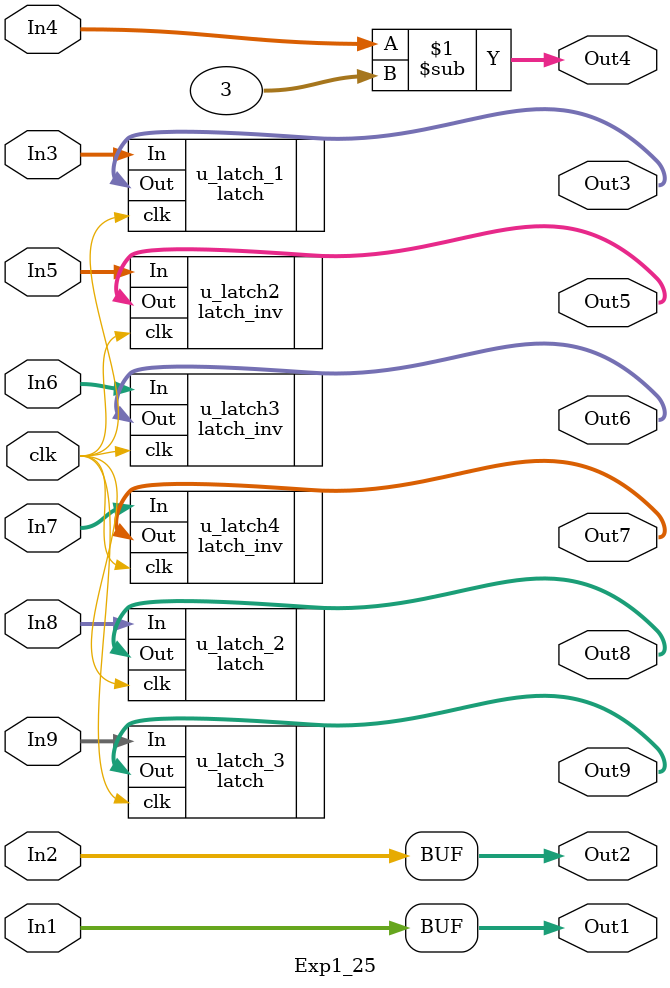
<source format=v>



`timescale 1 ns / 1 ns

module Exp1_25
          (clk,
           In1,
           In2,
           In3,
           In4,
           In5,
           In6,
           In7,
           In8,
           In9,
           Out1,
           Out2,
           Out3,
           Out4,
           Out5,
           Out6,
           Out7,
           Out8,
           Out9);


  input   clk;
  input   [31:0] In1;  // uint32
  input   [31:0] In2;  // uint32
  input   [31:0] In3;  // uint32
  input   [31:0] In4;  // uint32
  input   [31:0] In5;  // uint32
  input   [31:0] In6;  // uint32
  input   [31:0] In7;  // uint32
  input   [31:0] In8;  // uint32
  input   [31:0] In9;  // uint32
  output  [31:0] Out1;  // uint32
  output  [31:0] Out2;  // uint32
  output  [31:0] Out3;  // uint32
  output  [31:0] Out4;  // uint32
  output  [31:0] Out5;  // uint32
  output  [31:0] Out6;  // uint32
  output  [31:0] Out7;  // uint32
  output  [31:0] Out8;  // uint32
  output  [31:0] Out9;  // uint32


  reg [31:0] Delay9_out1;  // uint32
  reg [31:0] Delay8_out1;  // uint32
  reg [31:0] Delay2_out1;  // uint32
  reg [31:0] Delay1_out1;  // uint32
  reg [31:0] Delay4_out1;  // uint32
  reg [31:0] Delay3_out1;  // uint32
  reg [31:0] Delay5_out1;  // uint32


  assign Out1 = In1;

  assign Out2 = In2;

 
 
 latch_inv u_latch2 (.clk(clk),.In(In5),.Out(Out5));
 latch_inv u_latch3 (.clk(clk),.In(In6),.Out(Out6));
 latch_inv u_latch4 (.clk(clk),.In(In7),.Out(Out7));

 latch u_latch_1(.clk(clk),.In(In3),.Out(Out3));
 latch u_latch_2(.clk(clk),.In(In8),.Out(Out8));
 latch u_latch_3(.clk(clk),.In(In9),.Out(Out9));



  assign Out4 = In4 -3;


endmodule  // Exp1_25


</source>
